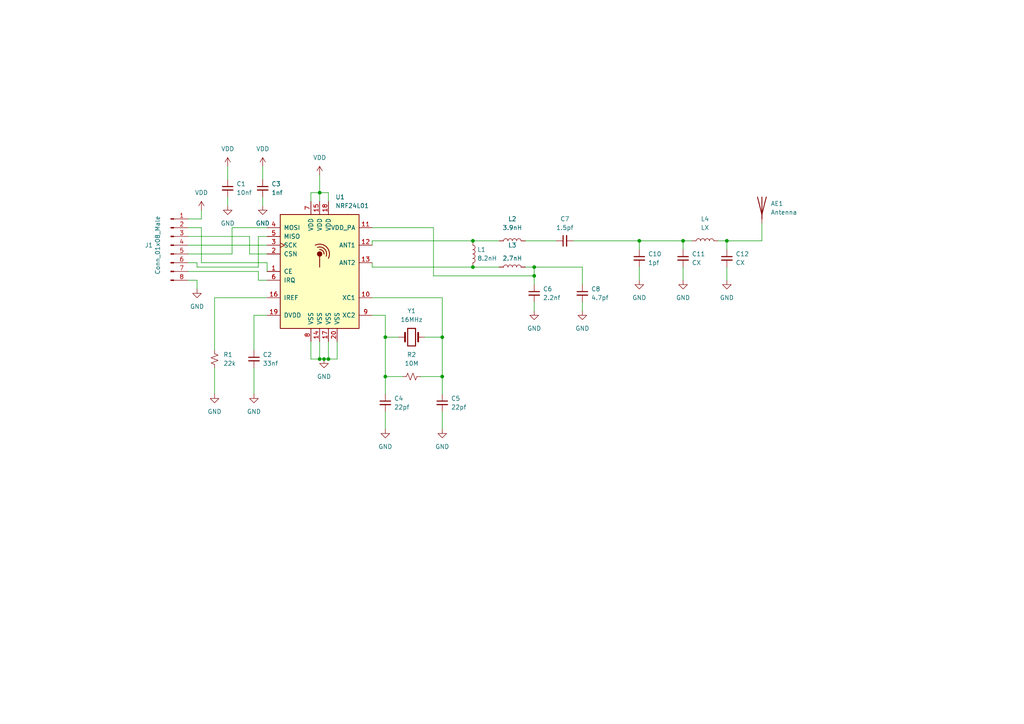
<source format=kicad_sch>
(kicad_sch (version 20211123) (generator eeschema)

  (uuid 5ac68a83-ba55-4135-a3f2-28b55ea8a71d)

  (paper "A4")

  (lib_symbols
    (symbol "Connector:Conn_01x08_Male" (pin_names (offset 1.016) hide) (in_bom yes) (on_board yes)
      (property "Reference" "J" (id 0) (at 0 10.16 0)
        (effects (font (size 1.27 1.27)))
      )
      (property "Value" "Conn_01x08_Male" (id 1) (at 0 -12.7 0)
        (effects (font (size 1.27 1.27)))
      )
      (property "Footprint" "" (id 2) (at 0 0 0)
        (effects (font (size 1.27 1.27)) hide)
      )
      (property "Datasheet" "~" (id 3) (at 0 0 0)
        (effects (font (size 1.27 1.27)) hide)
      )
      (property "ki_keywords" "connector" (id 4) (at 0 0 0)
        (effects (font (size 1.27 1.27)) hide)
      )
      (property "ki_description" "Generic connector, single row, 01x08, script generated (kicad-library-utils/schlib/autogen/connector/)" (id 5) (at 0 0 0)
        (effects (font (size 1.27 1.27)) hide)
      )
      (property "ki_fp_filters" "Connector*:*_1x??_*" (id 6) (at 0 0 0)
        (effects (font (size 1.27 1.27)) hide)
      )
      (symbol "Conn_01x08_Male_1_1"
        (polyline
          (pts
            (xy 1.27 -10.16)
            (xy 0.8636 -10.16)
          )
          (stroke (width 0.1524) (type default) (color 0 0 0 0))
          (fill (type none))
        )
        (polyline
          (pts
            (xy 1.27 -7.62)
            (xy 0.8636 -7.62)
          )
          (stroke (width 0.1524) (type default) (color 0 0 0 0))
          (fill (type none))
        )
        (polyline
          (pts
            (xy 1.27 -5.08)
            (xy 0.8636 -5.08)
          )
          (stroke (width 0.1524) (type default) (color 0 0 0 0))
          (fill (type none))
        )
        (polyline
          (pts
            (xy 1.27 -2.54)
            (xy 0.8636 -2.54)
          )
          (stroke (width 0.1524) (type default) (color 0 0 0 0))
          (fill (type none))
        )
        (polyline
          (pts
            (xy 1.27 0)
            (xy 0.8636 0)
          )
          (stroke (width 0.1524) (type default) (color 0 0 0 0))
          (fill (type none))
        )
        (polyline
          (pts
            (xy 1.27 2.54)
            (xy 0.8636 2.54)
          )
          (stroke (width 0.1524) (type default) (color 0 0 0 0))
          (fill (type none))
        )
        (polyline
          (pts
            (xy 1.27 5.08)
            (xy 0.8636 5.08)
          )
          (stroke (width 0.1524) (type default) (color 0 0 0 0))
          (fill (type none))
        )
        (polyline
          (pts
            (xy 1.27 7.62)
            (xy 0.8636 7.62)
          )
          (stroke (width 0.1524) (type default) (color 0 0 0 0))
          (fill (type none))
        )
        (rectangle (start 0.8636 -10.033) (end 0 -10.287)
          (stroke (width 0.1524) (type default) (color 0 0 0 0))
          (fill (type outline))
        )
        (rectangle (start 0.8636 -7.493) (end 0 -7.747)
          (stroke (width 0.1524) (type default) (color 0 0 0 0))
          (fill (type outline))
        )
        (rectangle (start 0.8636 -4.953) (end 0 -5.207)
          (stroke (width 0.1524) (type default) (color 0 0 0 0))
          (fill (type outline))
        )
        (rectangle (start 0.8636 -2.413) (end 0 -2.667)
          (stroke (width 0.1524) (type default) (color 0 0 0 0))
          (fill (type outline))
        )
        (rectangle (start 0.8636 0.127) (end 0 -0.127)
          (stroke (width 0.1524) (type default) (color 0 0 0 0))
          (fill (type outline))
        )
        (rectangle (start 0.8636 2.667) (end 0 2.413)
          (stroke (width 0.1524) (type default) (color 0 0 0 0))
          (fill (type outline))
        )
        (rectangle (start 0.8636 5.207) (end 0 4.953)
          (stroke (width 0.1524) (type default) (color 0 0 0 0))
          (fill (type outline))
        )
        (rectangle (start 0.8636 7.747) (end 0 7.493)
          (stroke (width 0.1524) (type default) (color 0 0 0 0))
          (fill (type outline))
        )
        (pin passive line (at 5.08 7.62 180) (length 3.81)
          (name "Pin_1" (effects (font (size 1.27 1.27))))
          (number "1" (effects (font (size 1.27 1.27))))
        )
        (pin passive line (at 5.08 5.08 180) (length 3.81)
          (name "Pin_2" (effects (font (size 1.27 1.27))))
          (number "2" (effects (font (size 1.27 1.27))))
        )
        (pin passive line (at 5.08 2.54 180) (length 3.81)
          (name "Pin_3" (effects (font (size 1.27 1.27))))
          (number "3" (effects (font (size 1.27 1.27))))
        )
        (pin passive line (at 5.08 0 180) (length 3.81)
          (name "Pin_4" (effects (font (size 1.27 1.27))))
          (number "4" (effects (font (size 1.27 1.27))))
        )
        (pin passive line (at 5.08 -2.54 180) (length 3.81)
          (name "Pin_5" (effects (font (size 1.27 1.27))))
          (number "5" (effects (font (size 1.27 1.27))))
        )
        (pin passive line (at 5.08 -5.08 180) (length 3.81)
          (name "Pin_6" (effects (font (size 1.27 1.27))))
          (number "6" (effects (font (size 1.27 1.27))))
        )
        (pin passive line (at 5.08 -7.62 180) (length 3.81)
          (name "Pin_7" (effects (font (size 1.27 1.27))))
          (number "7" (effects (font (size 1.27 1.27))))
        )
        (pin passive line (at 5.08 -10.16 180) (length 3.81)
          (name "Pin_8" (effects (font (size 1.27 1.27))))
          (number "8" (effects (font (size 1.27 1.27))))
        )
      )
    )
    (symbol "Device:Antenna" (pin_numbers hide) (pin_names (offset 1.016) hide) (in_bom yes) (on_board yes)
      (property "Reference" "AE" (id 0) (at -1.905 1.905 0)
        (effects (font (size 1.27 1.27)) (justify right))
      )
      (property "Value" "Antenna" (id 1) (at -1.905 0 0)
        (effects (font (size 1.27 1.27)) (justify right))
      )
      (property "Footprint" "" (id 2) (at 0 0 0)
        (effects (font (size 1.27 1.27)) hide)
      )
      (property "Datasheet" "~" (id 3) (at 0 0 0)
        (effects (font (size 1.27 1.27)) hide)
      )
      (property "ki_keywords" "antenna" (id 4) (at 0 0 0)
        (effects (font (size 1.27 1.27)) hide)
      )
      (property "ki_description" "Antenna" (id 5) (at 0 0 0)
        (effects (font (size 1.27 1.27)) hide)
      )
      (symbol "Antenna_0_1"
        (polyline
          (pts
            (xy 0 2.54)
            (xy 0 -3.81)
          )
          (stroke (width 0.254) (type default) (color 0 0 0 0))
          (fill (type none))
        )
        (polyline
          (pts
            (xy 1.27 2.54)
            (xy 0 -2.54)
            (xy -1.27 2.54)
          )
          (stroke (width 0.254) (type default) (color 0 0 0 0))
          (fill (type none))
        )
      )
      (symbol "Antenna_1_1"
        (pin input line (at 0 -5.08 90) (length 2.54)
          (name "A" (effects (font (size 1.27 1.27))))
          (number "1" (effects (font (size 1.27 1.27))))
        )
      )
    )
    (symbol "Device:C_Small" (pin_numbers hide) (pin_names (offset 0.254) hide) (in_bom yes) (on_board yes)
      (property "Reference" "C" (id 0) (at 0.254 1.778 0)
        (effects (font (size 1.27 1.27)) (justify left))
      )
      (property "Value" "C_Small" (id 1) (at 0.254 -2.032 0)
        (effects (font (size 1.27 1.27)) (justify left))
      )
      (property "Footprint" "" (id 2) (at 0 0 0)
        (effects (font (size 1.27 1.27)) hide)
      )
      (property "Datasheet" "~" (id 3) (at 0 0 0)
        (effects (font (size 1.27 1.27)) hide)
      )
      (property "ki_keywords" "capacitor cap" (id 4) (at 0 0 0)
        (effects (font (size 1.27 1.27)) hide)
      )
      (property "ki_description" "Unpolarized capacitor, small symbol" (id 5) (at 0 0 0)
        (effects (font (size 1.27 1.27)) hide)
      )
      (property "ki_fp_filters" "C_*" (id 6) (at 0 0 0)
        (effects (font (size 1.27 1.27)) hide)
      )
      (symbol "C_Small_0_1"
        (polyline
          (pts
            (xy -1.524 -0.508)
            (xy 1.524 -0.508)
          )
          (stroke (width 0.3302) (type default) (color 0 0 0 0))
          (fill (type none))
        )
        (polyline
          (pts
            (xy -1.524 0.508)
            (xy 1.524 0.508)
          )
          (stroke (width 0.3048) (type default) (color 0 0 0 0))
          (fill (type none))
        )
      )
      (symbol "C_Small_1_1"
        (pin passive line (at 0 2.54 270) (length 2.032)
          (name "~" (effects (font (size 1.27 1.27))))
          (number "1" (effects (font (size 1.27 1.27))))
        )
        (pin passive line (at 0 -2.54 90) (length 2.032)
          (name "~" (effects (font (size 1.27 1.27))))
          (number "2" (effects (font (size 1.27 1.27))))
        )
      )
    )
    (symbol "Device:Crystal" (pin_numbers hide) (pin_names (offset 1.016) hide) (in_bom yes) (on_board yes)
      (property "Reference" "Y" (id 0) (at 0 3.81 0)
        (effects (font (size 1.27 1.27)))
      )
      (property "Value" "Crystal" (id 1) (at 0 -3.81 0)
        (effects (font (size 1.27 1.27)))
      )
      (property "Footprint" "" (id 2) (at 0 0 0)
        (effects (font (size 1.27 1.27)) hide)
      )
      (property "Datasheet" "~" (id 3) (at 0 0 0)
        (effects (font (size 1.27 1.27)) hide)
      )
      (property "ki_keywords" "quartz ceramic resonator oscillator" (id 4) (at 0 0 0)
        (effects (font (size 1.27 1.27)) hide)
      )
      (property "ki_description" "Two pin crystal" (id 5) (at 0 0 0)
        (effects (font (size 1.27 1.27)) hide)
      )
      (property "ki_fp_filters" "Crystal*" (id 6) (at 0 0 0)
        (effects (font (size 1.27 1.27)) hide)
      )
      (symbol "Crystal_0_1"
        (rectangle (start -1.143 2.54) (end 1.143 -2.54)
          (stroke (width 0.3048) (type default) (color 0 0 0 0))
          (fill (type none))
        )
        (polyline
          (pts
            (xy -2.54 0)
            (xy -1.905 0)
          )
          (stroke (width 0) (type default) (color 0 0 0 0))
          (fill (type none))
        )
        (polyline
          (pts
            (xy -1.905 -1.27)
            (xy -1.905 1.27)
          )
          (stroke (width 0.508) (type default) (color 0 0 0 0))
          (fill (type none))
        )
        (polyline
          (pts
            (xy 1.905 -1.27)
            (xy 1.905 1.27)
          )
          (stroke (width 0.508) (type default) (color 0 0 0 0))
          (fill (type none))
        )
        (polyline
          (pts
            (xy 2.54 0)
            (xy 1.905 0)
          )
          (stroke (width 0) (type default) (color 0 0 0 0))
          (fill (type none))
        )
      )
      (symbol "Crystal_1_1"
        (pin passive line (at -3.81 0 0) (length 1.27)
          (name "1" (effects (font (size 1.27 1.27))))
          (number "1" (effects (font (size 1.27 1.27))))
        )
        (pin passive line (at 3.81 0 180) (length 1.27)
          (name "2" (effects (font (size 1.27 1.27))))
          (number "2" (effects (font (size 1.27 1.27))))
        )
      )
    )
    (symbol "Device:L" (pin_numbers hide) (pin_names (offset 1.016) hide) (in_bom yes) (on_board yes)
      (property "Reference" "L" (id 0) (at -1.27 0 90)
        (effects (font (size 1.27 1.27)))
      )
      (property "Value" "L" (id 1) (at 1.905 0 90)
        (effects (font (size 1.27 1.27)))
      )
      (property "Footprint" "" (id 2) (at 0 0 0)
        (effects (font (size 1.27 1.27)) hide)
      )
      (property "Datasheet" "~" (id 3) (at 0 0 0)
        (effects (font (size 1.27 1.27)) hide)
      )
      (property "ki_keywords" "inductor choke coil reactor magnetic" (id 4) (at 0 0 0)
        (effects (font (size 1.27 1.27)) hide)
      )
      (property "ki_description" "Inductor" (id 5) (at 0 0 0)
        (effects (font (size 1.27 1.27)) hide)
      )
      (property "ki_fp_filters" "Choke_* *Coil* Inductor_* L_*" (id 6) (at 0 0 0)
        (effects (font (size 1.27 1.27)) hide)
      )
      (symbol "L_0_1"
        (arc (start 0 -2.54) (mid 0.635 -1.905) (end 0 -1.27)
          (stroke (width 0) (type default) (color 0 0 0 0))
          (fill (type none))
        )
        (arc (start 0 -1.27) (mid 0.635 -0.635) (end 0 0)
          (stroke (width 0) (type default) (color 0 0 0 0))
          (fill (type none))
        )
        (arc (start 0 0) (mid 0.635 0.635) (end 0 1.27)
          (stroke (width 0) (type default) (color 0 0 0 0))
          (fill (type none))
        )
        (arc (start 0 1.27) (mid 0.635 1.905) (end 0 2.54)
          (stroke (width 0) (type default) (color 0 0 0 0))
          (fill (type none))
        )
      )
      (symbol "L_1_1"
        (pin passive line (at 0 3.81 270) (length 1.27)
          (name "1" (effects (font (size 1.27 1.27))))
          (number "1" (effects (font (size 1.27 1.27))))
        )
        (pin passive line (at 0 -3.81 90) (length 1.27)
          (name "2" (effects (font (size 1.27 1.27))))
          (number "2" (effects (font (size 1.27 1.27))))
        )
      )
    )
    (symbol "Device:R_Small_US" (pin_numbers hide) (pin_names (offset 0.254) hide) (in_bom yes) (on_board yes)
      (property "Reference" "R" (id 0) (at 0.762 0.508 0)
        (effects (font (size 1.27 1.27)) (justify left))
      )
      (property "Value" "R_Small_US" (id 1) (at 0.762 -1.016 0)
        (effects (font (size 1.27 1.27)) (justify left))
      )
      (property "Footprint" "" (id 2) (at 0 0 0)
        (effects (font (size 1.27 1.27)) hide)
      )
      (property "Datasheet" "~" (id 3) (at 0 0 0)
        (effects (font (size 1.27 1.27)) hide)
      )
      (property "ki_keywords" "r resistor" (id 4) (at 0 0 0)
        (effects (font (size 1.27 1.27)) hide)
      )
      (property "ki_description" "Resistor, small US symbol" (id 5) (at 0 0 0)
        (effects (font (size 1.27 1.27)) hide)
      )
      (property "ki_fp_filters" "R_*" (id 6) (at 0 0 0)
        (effects (font (size 1.27 1.27)) hide)
      )
      (symbol "R_Small_US_1_1"
        (polyline
          (pts
            (xy 0 0)
            (xy 1.016 -0.381)
            (xy 0 -0.762)
            (xy -1.016 -1.143)
            (xy 0 -1.524)
          )
          (stroke (width 0) (type default) (color 0 0 0 0))
          (fill (type none))
        )
        (polyline
          (pts
            (xy 0 1.524)
            (xy 1.016 1.143)
            (xy 0 0.762)
            (xy -1.016 0.381)
            (xy 0 0)
          )
          (stroke (width 0) (type default) (color 0 0 0 0))
          (fill (type none))
        )
        (pin passive line (at 0 2.54 270) (length 1.016)
          (name "~" (effects (font (size 1.27 1.27))))
          (number "1" (effects (font (size 1.27 1.27))))
        )
        (pin passive line (at 0 -2.54 90) (length 1.016)
          (name "~" (effects (font (size 1.27 1.27))))
          (number "2" (effects (font (size 1.27 1.27))))
        )
      )
    )
    (symbol "RF:NRF24L01" (pin_names (offset 1.016)) (in_bom yes) (on_board yes)
      (property "Reference" "U" (id 0) (at -11.43 17.78 0)
        (effects (font (size 1.27 1.27)) (justify left))
      )
      (property "Value" "NRF24L01" (id 1) (at 5.08 17.78 0)
        (effects (font (size 1.27 1.27)) (justify left))
      )
      (property "Footprint" "Package_DFN_QFN:QFN-20-1EP_4x4mm_P0.5mm_EP2.5x2.5mm" (id 2) (at 5.08 20.32 0)
        (effects (font (size 1.27 1.27) italic) (justify left) hide)
      )
      (property "Datasheet" "http://www.nordicsemi.com/eng/content/download/2730/34105/file/nRF24L01_Product_Specification_v2_0.pdf" (id 3) (at 0 2.54 0)
        (effects (font (size 1.27 1.27)) hide)
      )
      (property "ki_keywords" "Low Power RF Transceiver" (id 4) (at 0 0 0)
        (effects (font (size 1.27 1.27)) hide)
      )
      (property "ki_description" "Ultra low power 2.4GHz RF Transceiver, QFN-20" (id 5) (at 0 0 0)
        (effects (font (size 1.27 1.27)) hide)
      )
      (property "ki_fp_filters" "QFN*4x4*0.5mm*" (id 6) (at 0 0 0)
        (effects (font (size 1.27 1.27)) hide)
      )
      (symbol "NRF24L01_0_1"
        (rectangle (start -11.43 16.51) (end 11.43 -16.51)
          (stroke (width 0.254) (type default) (color 0 0 0 0))
          (fill (type background))
        )
        (polyline
          (pts
            (xy 0 4.445)
            (xy 0 1.27)
          )
          (stroke (width 0.254) (type default) (color 0 0 0 0))
          (fill (type none))
        )
        (circle (center 0 5.08) (radius 0.635)
          (stroke (width 0.254) (type default) (color 0 0 0 0))
          (fill (type outline))
        )
        (arc (start 1.27 5.08) (mid 0.9071 5.9946) (end 0 6.35)
          (stroke (width 0.254) (type default) (color 0 0 0 0))
          (fill (type none))
        )
        (arc (start 1.905 4.445) (mid 1.4313 6.5254) (end -0.635 6.985)
          (stroke (width 0.254) (type default) (color 0 0 0 0))
          (fill (type none))
        )
        (arc (start 2.54 3.81) (mid 2.008 7.088) (end -1.27 7.62)
          (stroke (width 0.254) (type default) (color 0 0 0 0))
          (fill (type none))
        )
        (rectangle (start 11.43 -13.97) (end 11.43 -13.97)
          (stroke (width 0) (type default) (color 0 0 0 0))
          (fill (type none))
        )
      )
      (symbol "NRF24L01_1_1"
        (pin input line (at -15.24 0 0) (length 3.81)
          (name "CE" (effects (font (size 1.27 1.27))))
          (number "1" (effects (font (size 1.27 1.27))))
        )
        (pin passive line (at 15.24 -7.62 180) (length 3.81)
          (name "XC1" (effects (font (size 1.27 1.27))))
          (number "10" (effects (font (size 1.27 1.27))))
        )
        (pin power_out line (at 15.24 12.7 180) (length 3.81)
          (name "VDD_PA" (effects (font (size 1.27 1.27))))
          (number "11" (effects (font (size 1.27 1.27))))
        )
        (pin passive line (at 15.24 7.62 180) (length 3.81)
          (name "ANT1" (effects (font (size 1.27 1.27))))
          (number "12" (effects (font (size 1.27 1.27))))
        )
        (pin passive line (at 15.24 2.54 180) (length 3.81)
          (name "ANT2" (effects (font (size 1.27 1.27))))
          (number "13" (effects (font (size 1.27 1.27))))
        )
        (pin power_in line (at 0 -20.32 90) (length 3.81)
          (name "VSS" (effects (font (size 1.27 1.27))))
          (number "14" (effects (font (size 1.27 1.27))))
        )
        (pin power_in line (at 0 20.32 270) (length 3.81)
          (name "VDD" (effects (font (size 1.27 1.27))))
          (number "15" (effects (font (size 1.27 1.27))))
        )
        (pin passive line (at -15.24 -7.62 0) (length 3.81)
          (name "IREF" (effects (font (size 1.27 1.27))))
          (number "16" (effects (font (size 1.27 1.27))))
        )
        (pin power_in line (at 2.54 -20.32 90) (length 3.81)
          (name "VSS" (effects (font (size 1.27 1.27))))
          (number "17" (effects (font (size 1.27 1.27))))
        )
        (pin power_in line (at 2.54 20.32 270) (length 3.81)
          (name "VDD" (effects (font (size 1.27 1.27))))
          (number "18" (effects (font (size 1.27 1.27))))
        )
        (pin power_out line (at -15.24 -12.7 0) (length 3.81)
          (name "DVDD" (effects (font (size 1.27 1.27))))
          (number "19" (effects (font (size 1.27 1.27))))
        )
        (pin input line (at -15.24 5.08 0) (length 3.81)
          (name "CSN" (effects (font (size 1.27 1.27))))
          (number "2" (effects (font (size 1.27 1.27))))
        )
        (pin power_in line (at 5.08 -20.32 90) (length 3.81)
          (name "VSS" (effects (font (size 1.27 1.27))))
          (number "20" (effects (font (size 1.27 1.27))))
        )
        (pin input clock (at -15.24 7.62 0) (length 3.81)
          (name "SCK" (effects (font (size 1.27 1.27))))
          (number "3" (effects (font (size 1.27 1.27))))
        )
        (pin input line (at -15.24 12.7 0) (length 3.81)
          (name "MOSI" (effects (font (size 1.27 1.27))))
          (number "4" (effects (font (size 1.27 1.27))))
        )
        (pin output line (at -15.24 10.16 0) (length 3.81)
          (name "MISO" (effects (font (size 1.27 1.27))))
          (number "5" (effects (font (size 1.27 1.27))))
        )
        (pin output line (at -15.24 -2.54 0) (length 3.81)
          (name "IRQ" (effects (font (size 1.27 1.27))))
          (number "6" (effects (font (size 1.27 1.27))))
        )
        (pin power_in line (at -2.54 20.32 270) (length 3.81)
          (name "VDD" (effects (font (size 1.27 1.27))))
          (number "7" (effects (font (size 1.27 1.27))))
        )
        (pin power_in line (at -2.54 -20.32 90) (length 3.81)
          (name "VSS" (effects (font (size 1.27 1.27))))
          (number "8" (effects (font (size 1.27 1.27))))
        )
        (pin passive line (at 15.24 -12.7 180) (length 3.81)
          (name "XC2" (effects (font (size 1.27 1.27))))
          (number "9" (effects (font (size 1.27 1.27))))
        )
      )
    )
    (symbol "power:GND" (power) (pin_names (offset 0)) (in_bom yes) (on_board yes)
      (property "Reference" "#PWR" (id 0) (at 0 -6.35 0)
        (effects (font (size 1.27 1.27)) hide)
      )
      (property "Value" "GND" (id 1) (at 0 -3.81 0)
        (effects (font (size 1.27 1.27)))
      )
      (property "Footprint" "" (id 2) (at 0 0 0)
        (effects (font (size 1.27 1.27)) hide)
      )
      (property "Datasheet" "" (id 3) (at 0 0 0)
        (effects (font (size 1.27 1.27)) hide)
      )
      (property "ki_keywords" "power-flag" (id 4) (at 0 0 0)
        (effects (font (size 1.27 1.27)) hide)
      )
      (property "ki_description" "Power symbol creates a global label with name \"GND\" , ground" (id 5) (at 0 0 0)
        (effects (font (size 1.27 1.27)) hide)
      )
      (symbol "GND_0_1"
        (polyline
          (pts
            (xy 0 0)
            (xy 0 -1.27)
            (xy 1.27 -1.27)
            (xy 0 -2.54)
            (xy -1.27 -1.27)
            (xy 0 -1.27)
          )
          (stroke (width 0) (type default) (color 0 0 0 0))
          (fill (type none))
        )
      )
      (symbol "GND_1_1"
        (pin power_in line (at 0 0 270) (length 0) hide
          (name "GND" (effects (font (size 1.27 1.27))))
          (number "1" (effects (font (size 1.27 1.27))))
        )
      )
    )
    (symbol "power:VDD" (power) (pin_names (offset 0)) (in_bom yes) (on_board yes)
      (property "Reference" "#PWR" (id 0) (at 0 -3.81 0)
        (effects (font (size 1.27 1.27)) hide)
      )
      (property "Value" "VDD" (id 1) (at 0 3.81 0)
        (effects (font (size 1.27 1.27)))
      )
      (property "Footprint" "" (id 2) (at 0 0 0)
        (effects (font (size 1.27 1.27)) hide)
      )
      (property "Datasheet" "" (id 3) (at 0 0 0)
        (effects (font (size 1.27 1.27)) hide)
      )
      (property "ki_keywords" "power-flag" (id 4) (at 0 0 0)
        (effects (font (size 1.27 1.27)) hide)
      )
      (property "ki_description" "Power symbol creates a global label with name \"VDD\"" (id 5) (at 0 0 0)
        (effects (font (size 1.27 1.27)) hide)
      )
      (symbol "VDD_0_1"
        (polyline
          (pts
            (xy -0.762 1.27)
            (xy 0 2.54)
          )
          (stroke (width 0) (type default) (color 0 0 0 0))
          (fill (type none))
        )
        (polyline
          (pts
            (xy 0 0)
            (xy 0 2.54)
          )
          (stroke (width 0) (type default) (color 0 0 0 0))
          (fill (type none))
        )
        (polyline
          (pts
            (xy 0 2.54)
            (xy 0.762 1.27)
          )
          (stroke (width 0) (type default) (color 0 0 0 0))
          (fill (type none))
        )
      )
      (symbol "VDD_1_1"
        (pin power_in line (at 0 0 90) (length 0) hide
          (name "VDD" (effects (font (size 1.27 1.27))))
          (number "1" (effects (font (size 1.27 1.27))))
        )
      )
    )
  )

  (junction (at 154.94 80.01) (diameter 0) (color 0 0 0 0)
    (uuid 20067407-c274-48f8-a2b1-4176dab5beca)
  )
  (junction (at 111.76 109.22) (diameter 0) (color 0 0 0 0)
    (uuid 250f7216-444a-4103-8769-353663785925)
  )
  (junction (at 93.98 104.14) (diameter 0) (color 0 0 0 0)
    (uuid 4e81d6db-7db4-4b8c-a700-38b6d0d9a420)
  )
  (junction (at 137.16 77.47) (diameter 0) (color 0 0 0 0)
    (uuid 541c3cec-fb41-4f8c-9ea9-8e2b0596ce64)
  )
  (junction (at 95.25 104.14) (diameter 0) (color 0 0 0 0)
    (uuid 608d5e1e-9ccd-4c77-8475-60a3598ce99e)
  )
  (junction (at 154.94 77.47) (diameter 0) (color 0 0 0 0)
    (uuid 72d51e4e-3838-4646-8aaa-b6b74de62d94)
  )
  (junction (at 128.27 97.79) (diameter 0) (color 0 0 0 0)
    (uuid a0d44b2f-8fc0-4f67-b0f2-344f1b8408c4)
  )
  (junction (at 92.71 55.88) (diameter 0) (color 0 0 0 0)
    (uuid aa66490d-cfab-44d2-98ca-0e342fd257d3)
  )
  (junction (at 185.42 69.85) (diameter 0) (color 0 0 0 0)
    (uuid ae6e951e-617a-43a7-8a5a-4b0b7565ec7d)
  )
  (junction (at 128.27 109.22) (diameter 0) (color 0 0 0 0)
    (uuid cc204821-9763-4966-a688-c63dd84e9c43)
  )
  (junction (at 111.76 97.79) (diameter 0) (color 0 0 0 0)
    (uuid d47cecac-473c-4d51-9b56-b54c38030591)
  )
  (junction (at 210.82 69.85) (diameter 0) (color 0 0 0 0)
    (uuid d99a133a-eb99-40d7-9c94-954711377ff9)
  )
  (junction (at 198.12 69.85) (diameter 0) (color 0 0 0 0)
    (uuid df99dbd7-0683-4cd8-993c-184a9a2390c1)
  )
  (junction (at 92.71 104.14) (diameter 0) (color 0 0 0 0)
    (uuid e31ab769-9abe-443f-835d-6c926feafd67)
  )
  (junction (at 137.16 69.85) (diameter 0) (color 0 0 0 0)
    (uuid f086eae1-ea9d-4ca9-9704-085586889ef7)
  )

  (wire (pts (xy 185.42 69.85) (xy 198.12 69.85))
    (stroke (width 0) (type default) (color 0 0 0 0))
    (uuid 0582546c-5f1d-442c-b0e3-11d8bfc987c9)
  )
  (wire (pts (xy 154.94 87.63) (xy 154.94 90.17))
    (stroke (width 0) (type default) (color 0 0 0 0))
    (uuid 0675706c-c530-4314-9e5d-484cc47eb0f8)
  )
  (wire (pts (xy 168.91 77.47) (xy 154.94 77.47))
    (stroke (width 0) (type default) (color 0 0 0 0))
    (uuid 0826fdee-996f-49fa-bde0-bed539321ef4)
  )
  (wire (pts (xy 198.12 69.85) (xy 198.12 72.39))
    (stroke (width 0) (type default) (color 0 0 0 0))
    (uuid 08908d5e-eeea-4b4b-b24a-b9c174d35308)
  )
  (wire (pts (xy 137.16 77.47) (xy 107.95 77.47))
    (stroke (width 0) (type default) (color 0 0 0 0))
    (uuid 089866da-95c6-4fbd-b3eb-6de6e21c40cc)
  )
  (wire (pts (xy 73.66 106.68) (xy 73.66 114.3))
    (stroke (width 0) (type default) (color 0 0 0 0))
    (uuid 08eed955-a13a-4b62-814f-5b2ae2baecf7)
  )
  (wire (pts (xy 198.12 77.47) (xy 198.12 81.28))
    (stroke (width 0) (type default) (color 0 0 0 0))
    (uuid 09373ec1-007f-467e-b7ca-4f72289880d1)
  )
  (wire (pts (xy 73.66 101.6) (xy 73.66 91.44))
    (stroke (width 0) (type default) (color 0 0 0 0))
    (uuid 0a42423d-601f-4427-b1ab-a2658ea01426)
  )
  (wire (pts (xy 92.71 55.88) (xy 92.71 58.42))
    (stroke (width 0) (type default) (color 0 0 0 0))
    (uuid 0daa0538-d7e3-41f3-b9e5-450fe631544b)
  )
  (wire (pts (xy 125.73 80.01) (xy 154.94 80.01))
    (stroke (width 0) (type default) (color 0 0 0 0))
    (uuid 0e0c2f0e-47c2-4bda-965e-08d75437557f)
  )
  (wire (pts (xy 77.47 76.2) (xy 77.47 78.74))
    (stroke (width 0) (type default) (color 0 0 0 0))
    (uuid 0ee841c5-fa3d-4fdc-85ae-a9269b4f0a90)
  )
  (wire (pts (xy 128.27 86.36) (xy 128.27 97.79))
    (stroke (width 0) (type default) (color 0 0 0 0))
    (uuid 100ba032-e67a-4fd2-8ce7-eb5cdbc3e04f)
  )
  (wire (pts (xy 128.27 119.38) (xy 128.27 124.46))
    (stroke (width 0) (type default) (color 0 0 0 0))
    (uuid 18035a14-7c58-4717-a693-28bed7b86769)
  )
  (wire (pts (xy 74.93 81.28) (xy 77.47 81.28))
    (stroke (width 0) (type default) (color 0 0 0 0))
    (uuid 19c4ab43-2848-4326-9976-c02153f75fd1)
  )
  (wire (pts (xy 76.2 48.26) (xy 76.2 52.07))
    (stroke (width 0) (type default) (color 0 0 0 0))
    (uuid 1a798e20-acf2-43c9-a569-52cb44175733)
  )
  (wire (pts (xy 210.82 72.39) (xy 210.82 69.85))
    (stroke (width 0) (type default) (color 0 0 0 0))
    (uuid 1cc8a487-9d52-46a0-8e19-b3db56a53e97)
  )
  (wire (pts (xy 166.37 69.85) (xy 185.42 69.85))
    (stroke (width 0) (type default) (color 0 0 0 0))
    (uuid 1fcd1157-5c27-4eda-a218-1626f60d450b)
  )
  (wire (pts (xy 62.23 101.6) (xy 62.23 86.36))
    (stroke (width 0) (type default) (color 0 0 0 0))
    (uuid 252a3254-d41f-40c3-b817-20a9a13dc288)
  )
  (wire (pts (xy 66.04 48.26) (xy 66.04 52.07))
    (stroke (width 0) (type default) (color 0 0 0 0))
    (uuid 277b7e1a-5a43-49a7-80d3-c7bc545aac5d)
  )
  (wire (pts (xy 95.25 55.88) (xy 92.71 55.88))
    (stroke (width 0) (type default) (color 0 0 0 0))
    (uuid 3645955e-290a-4efd-99df-5187535b7f80)
  )
  (wire (pts (xy 58.42 66.04) (xy 58.42 76.2))
    (stroke (width 0) (type default) (color 0 0 0 0))
    (uuid 37cec29f-6cc0-4f6a-a19d-76632c19872c)
  )
  (wire (pts (xy 121.92 109.22) (xy 128.27 109.22))
    (stroke (width 0) (type default) (color 0 0 0 0))
    (uuid 3aa0e647-0e66-4500-8cf0-970982a2f9e1)
  )
  (wire (pts (xy 95.25 99.06) (xy 95.25 104.14))
    (stroke (width 0) (type default) (color 0 0 0 0))
    (uuid 3e690977-3302-4f2a-9b36-44a3fa6e89c6)
  )
  (wire (pts (xy 58.42 60.96) (xy 58.42 63.5))
    (stroke (width 0) (type default) (color 0 0 0 0))
    (uuid 3e7410fb-d411-46e9-b582-e847ebb00686)
  )
  (wire (pts (xy 95.25 104.14) (xy 93.98 104.14))
    (stroke (width 0) (type default) (color 0 0 0 0))
    (uuid 4032bba3-9924-4835-b0a7-f61327fac5a1)
  )
  (wire (pts (xy 111.76 91.44) (xy 111.76 97.79))
    (stroke (width 0) (type default) (color 0 0 0 0))
    (uuid 43a1d068-5bb8-4e59-bd05-72eb61ee10d3)
  )
  (wire (pts (xy 54.61 81.28) (xy 57.15 81.28))
    (stroke (width 0) (type default) (color 0 0 0 0))
    (uuid 448abf18-19e2-42e0-a3f4-d7da070dd0e1)
  )
  (wire (pts (xy 66.04 57.15) (xy 66.04 59.69))
    (stroke (width 0) (type default) (color 0 0 0 0))
    (uuid 49701459-4109-47a8-bcad-22df48bb3122)
  )
  (wire (pts (xy 54.61 73.66) (xy 67.31 73.66))
    (stroke (width 0) (type default) (color 0 0 0 0))
    (uuid 4c15279b-c211-46e7-809c-8a30f85bf84d)
  )
  (wire (pts (xy 123.19 97.79) (xy 128.27 97.79))
    (stroke (width 0) (type default) (color 0 0 0 0))
    (uuid 4facd1a2-b8df-4b48-a6ee-1e1f092d3e82)
  )
  (wire (pts (xy 54.61 76.2) (xy 57.15 76.2))
    (stroke (width 0) (type default) (color 0 0 0 0))
    (uuid 51cbec74-c701-4d07-b0de-3ee4dd5ea796)
  )
  (wire (pts (xy 97.79 99.06) (xy 97.79 104.14))
    (stroke (width 0) (type default) (color 0 0 0 0))
    (uuid 569efa4f-023e-4c81-962c-ea28a948b7ab)
  )
  (wire (pts (xy 128.27 109.22) (xy 128.27 114.3))
    (stroke (width 0) (type default) (color 0 0 0 0))
    (uuid 58b2379c-13e7-4019-abe1-084cd49f0356)
  )
  (wire (pts (xy 72.39 68.58) (xy 72.39 73.66))
    (stroke (width 0) (type default) (color 0 0 0 0))
    (uuid 5bdce80f-d18e-44d5-b39c-274728dea4bd)
  )
  (wire (pts (xy 137.16 69.85) (xy 107.95 69.85))
    (stroke (width 0) (type default) (color 0 0 0 0))
    (uuid 5d2dad0b-3afb-400f-9c5b-16ac53ea356a)
  )
  (wire (pts (xy 72.39 73.66) (xy 77.47 73.66))
    (stroke (width 0) (type default) (color 0 0 0 0))
    (uuid 6c111b40-e324-412d-ad0f-150efa886200)
  )
  (wire (pts (xy 92.71 99.06) (xy 92.71 104.14))
    (stroke (width 0) (type default) (color 0 0 0 0))
    (uuid 6c8d6810-7222-4088-afd0-378834bbaca7)
  )
  (wire (pts (xy 152.4 69.85) (xy 161.29 69.85))
    (stroke (width 0) (type default) (color 0 0 0 0))
    (uuid 6db63aa8-6eec-42d1-8f87-263f2955e809)
  )
  (wire (pts (xy 107.95 77.47) (xy 107.95 76.2))
    (stroke (width 0) (type default) (color 0 0 0 0))
    (uuid 703d0f1a-be97-429d-8fcd-c06f76a465e5)
  )
  (wire (pts (xy 97.79 104.14) (xy 95.25 104.14))
    (stroke (width 0) (type default) (color 0 0 0 0))
    (uuid 7160ad48-1127-41f3-a00c-615a631cf3a6)
  )
  (wire (pts (xy 90.17 58.42) (xy 90.17 55.88))
    (stroke (width 0) (type default) (color 0 0 0 0))
    (uuid 71689ddd-c177-4be3-8145-1606670eee0b)
  )
  (wire (pts (xy 198.12 69.85) (xy 200.66 69.85))
    (stroke (width 0) (type default) (color 0 0 0 0))
    (uuid 759d6b91-6f8a-41ed-8f1e-f8ba5c43e4ac)
  )
  (wire (pts (xy 57.15 76.2) (xy 57.15 77.47))
    (stroke (width 0) (type default) (color 0 0 0 0))
    (uuid 784e7104-8676-4e0a-86e0-6a8b453a92a3)
  )
  (wire (pts (xy 54.61 78.74) (xy 74.93 78.74))
    (stroke (width 0) (type default) (color 0 0 0 0))
    (uuid 79ba28f4-8cb1-486c-90cf-825e0ea1e635)
  )
  (wire (pts (xy 58.42 76.2) (xy 77.47 76.2))
    (stroke (width 0) (type default) (color 0 0 0 0))
    (uuid 7e0cf407-a919-4ab1-bf9f-addc4f9448f1)
  )
  (wire (pts (xy 67.31 73.66) (xy 67.31 66.04))
    (stroke (width 0) (type default) (color 0 0 0 0))
    (uuid 8075cf77-4639-4f6d-8616-9e3b2eb3b788)
  )
  (wire (pts (xy 90.17 55.88) (xy 92.71 55.88))
    (stroke (width 0) (type default) (color 0 0 0 0))
    (uuid 81290409-efaf-4721-97d8-b8bd82ebb9b5)
  )
  (wire (pts (xy 168.91 87.63) (xy 168.91 90.17))
    (stroke (width 0) (type default) (color 0 0 0 0))
    (uuid 8572ddfe-8871-4f59-97e5-94f1f7249b84)
  )
  (wire (pts (xy 107.95 69.85) (xy 107.95 71.12))
    (stroke (width 0) (type default) (color 0 0 0 0))
    (uuid 86fe09e5-2abc-45fa-a41e-4aef04f98fc6)
  )
  (wire (pts (xy 107.95 91.44) (xy 111.76 91.44))
    (stroke (width 0) (type default) (color 0 0 0 0))
    (uuid 89ebed29-2807-4f72-ae4a-c02992288455)
  )
  (wire (pts (xy 137.16 77.47) (xy 144.78 77.47))
    (stroke (width 0) (type default) (color 0 0 0 0))
    (uuid 8a8420c2-da76-41bb-8f7a-58b059fac3aa)
  )
  (wire (pts (xy 62.23 86.36) (xy 77.47 86.36))
    (stroke (width 0) (type default) (color 0 0 0 0))
    (uuid 8c69d222-6a36-4184-b613-03655c2857ff)
  )
  (wire (pts (xy 111.76 119.38) (xy 111.76 124.46))
    (stroke (width 0) (type default) (color 0 0 0 0))
    (uuid 8e7761ec-4899-452f-8f89-82259b6a66c3)
  )
  (wire (pts (xy 54.61 68.58) (xy 72.39 68.58))
    (stroke (width 0) (type default) (color 0 0 0 0))
    (uuid 90bbe80e-ad37-4b77-b63f-82dbc38ab5ee)
  )
  (wire (pts (xy 62.23 106.68) (xy 62.23 114.3))
    (stroke (width 0) (type default) (color 0 0 0 0))
    (uuid 95753dbc-8d70-45bd-a2d5-57513a78adf5)
  )
  (wire (pts (xy 90.17 99.06) (xy 90.17 104.14))
    (stroke (width 0) (type default) (color 0 0 0 0))
    (uuid 98a01066-6d7c-4455-8967-b54ade3ae418)
  )
  (wire (pts (xy 111.76 97.79) (xy 111.76 109.22))
    (stroke (width 0) (type default) (color 0 0 0 0))
    (uuid 99978c2c-47c0-4fd2-b053-f4ea609a5c6a)
  )
  (wire (pts (xy 168.91 82.55) (xy 168.91 77.47))
    (stroke (width 0) (type default) (color 0 0 0 0))
    (uuid 9a33dab3-a69e-4b9c-934d-8702afaca450)
  )
  (wire (pts (xy 210.82 69.85) (xy 208.28 69.85))
    (stroke (width 0) (type default) (color 0 0 0 0))
    (uuid 9b4355de-8b70-4a94-bbbb-3a9f094696fd)
  )
  (wire (pts (xy 90.17 104.14) (xy 92.71 104.14))
    (stroke (width 0) (type default) (color 0 0 0 0))
    (uuid 9e556a37-6a72-477c-86b7-940a8219061c)
  )
  (wire (pts (xy 154.94 80.01) (xy 154.94 82.55))
    (stroke (width 0) (type default) (color 0 0 0 0))
    (uuid 9eb3925a-92e7-4cec-a138-8b92ab2c5e57)
  )
  (wire (pts (xy 67.31 66.04) (xy 77.47 66.04))
    (stroke (width 0) (type default) (color 0 0 0 0))
    (uuid a02066ad-91dd-4275-9108-4edc4bf5119f)
  )
  (wire (pts (xy 220.98 64.77) (xy 220.98 69.85))
    (stroke (width 0) (type default) (color 0 0 0 0))
    (uuid a2cf99ea-0cdb-4f8d-b455-a090a37c1cd8)
  )
  (wire (pts (xy 92.71 50.8) (xy 92.71 55.88))
    (stroke (width 0) (type default) (color 0 0 0 0))
    (uuid a895b391-6367-4571-b53f-ea2ffeefa9b4)
  )
  (wire (pts (xy 92.71 104.14) (xy 93.98 104.14))
    (stroke (width 0) (type default) (color 0 0 0 0))
    (uuid a998b8e5-3698-40f7-b3e6-e5bea4900a80)
  )
  (wire (pts (xy 111.76 109.22) (xy 116.84 109.22))
    (stroke (width 0) (type default) (color 0 0 0 0))
    (uuid ac043bb2-01f6-49d5-a604-c8703699c9fa)
  )
  (wire (pts (xy 58.42 63.5) (xy 54.61 63.5))
    (stroke (width 0) (type default) (color 0 0 0 0))
    (uuid b82dfbba-b3b8-490b-84cf-04b6e946a58a)
  )
  (wire (pts (xy 125.73 66.04) (xy 125.73 80.01))
    (stroke (width 0) (type default) (color 0 0 0 0))
    (uuid baad1789-7d73-45d4-a563-db04b6632f1d)
  )
  (wire (pts (xy 54.61 66.04) (xy 58.42 66.04))
    (stroke (width 0) (type default) (color 0 0 0 0))
    (uuid bb5bb026-8216-45b2-a28b-c6acaa4b56d3)
  )
  (wire (pts (xy 154.94 77.47) (xy 152.4 77.47))
    (stroke (width 0) (type default) (color 0 0 0 0))
    (uuid bb909b9c-e720-4b51-a159-805b565e7199)
  )
  (wire (pts (xy 210.82 77.47) (xy 210.82 81.28))
    (stroke (width 0) (type default) (color 0 0 0 0))
    (uuid bca35e59-f588-485b-8b08-2884a5f07a0e)
  )
  (wire (pts (xy 107.95 86.36) (xy 128.27 86.36))
    (stroke (width 0) (type default) (color 0 0 0 0))
    (uuid bd00f253-93a3-4f9a-9247-5b714e4ea7ae)
  )
  (wire (pts (xy 111.76 109.22) (xy 111.76 114.3))
    (stroke (width 0) (type default) (color 0 0 0 0))
    (uuid c5e7a453-3e57-4bf6-b4e3-cf9bbab5deca)
  )
  (wire (pts (xy 74.93 68.58) (xy 77.47 68.58))
    (stroke (width 0) (type default) (color 0 0 0 0))
    (uuid ccdcc6bb-97ef-47d9-b039-9889e0474731)
  )
  (wire (pts (xy 185.42 69.85) (xy 185.42 72.39))
    (stroke (width 0) (type default) (color 0 0 0 0))
    (uuid cd66acaa-925d-46db-9cb8-2946fa59a20f)
  )
  (wire (pts (xy 128.27 97.79) (xy 128.27 109.22))
    (stroke (width 0) (type default) (color 0 0 0 0))
    (uuid ce42ad72-a501-4b9d-a226-52e225a532d9)
  )
  (wire (pts (xy 57.15 81.28) (xy 57.15 83.82))
    (stroke (width 0) (type default) (color 0 0 0 0))
    (uuid cfa7291d-481f-4572-82d5-859e393c10f5)
  )
  (wire (pts (xy 185.42 77.47) (xy 185.42 81.28))
    (stroke (width 0) (type default) (color 0 0 0 0))
    (uuid d815eaa1-9335-42de-a521-44e7b475eaf8)
  )
  (wire (pts (xy 74.93 77.47) (xy 74.93 68.58))
    (stroke (width 0) (type default) (color 0 0 0 0))
    (uuid db77b14f-46b3-4048-afbb-01b41b8bb28f)
  )
  (wire (pts (xy 154.94 77.47) (xy 154.94 80.01))
    (stroke (width 0) (type default) (color 0 0 0 0))
    (uuid dc0c6896-0817-4db5-9f58-b873f40db6cc)
  )
  (wire (pts (xy 137.16 69.85) (xy 144.78 69.85))
    (stroke (width 0) (type default) (color 0 0 0 0))
    (uuid dc1616b9-9914-48e0-8eb1-c9a99d6ceacb)
  )
  (wire (pts (xy 220.98 69.85) (xy 210.82 69.85))
    (stroke (width 0) (type default) (color 0 0 0 0))
    (uuid e43fc062-0efe-4793-bcea-759fb63541be)
  )
  (wire (pts (xy 74.93 78.74) (xy 74.93 81.28))
    (stroke (width 0) (type default) (color 0 0 0 0))
    (uuid e733e69e-9cdc-497d-b1bc-64466006b574)
  )
  (wire (pts (xy 57.15 77.47) (xy 74.93 77.47))
    (stroke (width 0) (type default) (color 0 0 0 0))
    (uuid ec360674-3636-4ae2-9ec3-85c68e9db725)
  )
  (wire (pts (xy 95.25 58.42) (xy 95.25 55.88))
    (stroke (width 0) (type default) (color 0 0 0 0))
    (uuid f14814e3-0841-4674-ac47-aadedbe25f17)
  )
  (wire (pts (xy 54.61 71.12) (xy 77.47 71.12))
    (stroke (width 0) (type default) (color 0 0 0 0))
    (uuid f4e3722c-b7f9-42ec-94cc-33a0c2543874)
  )
  (wire (pts (xy 107.95 66.04) (xy 125.73 66.04))
    (stroke (width 0) (type default) (color 0 0 0 0))
    (uuid f94ecf20-5bb1-40d5-8be9-8c8bc6b640d2)
  )
  (wire (pts (xy 73.66 91.44) (xy 77.47 91.44))
    (stroke (width 0) (type default) (color 0 0 0 0))
    (uuid f9d5a963-c763-4869-94e3-58e95707eb8b)
  )
  (wire (pts (xy 76.2 57.15) (xy 76.2 59.69))
    (stroke (width 0) (type default) (color 0 0 0 0))
    (uuid fba5ced1-6b30-448f-9486-bfb4a2c846ed)
  )
  (wire (pts (xy 111.76 97.79) (xy 115.57 97.79))
    (stroke (width 0) (type default) (color 0 0 0 0))
    (uuid ff91b5f1-6242-4bd1-aa9b-d37695f9dcd3)
  )

  (symbol (lib_id "power:GND") (at 154.94 90.17 0) (unit 1)
    (in_bom yes) (on_board yes) (fields_autoplaced)
    (uuid 08037e52-1e18-4392-b381-b7d8b70d61a3)
    (property "Reference" "#PWR0115" (id 0) (at 154.94 96.52 0)
      (effects (font (size 1.27 1.27)) hide)
    )
    (property "Value" "GND" (id 1) (at 154.94 95.25 0))
    (property "Footprint" "" (id 2) (at 154.94 90.17 0)
      (effects (font (size 1.27 1.27)) hide)
    )
    (property "Datasheet" "" (id 3) (at 154.94 90.17 0)
      (effects (font (size 1.27 1.27)) hide)
    )
    (pin "1" (uuid 96cce461-5cbb-4722-9c7b-fe7271d4d800))
  )

  (symbol (lib_id "Device:R_Small_US") (at 62.23 104.14 0) (unit 1)
    (in_bom yes) (on_board yes) (fields_autoplaced)
    (uuid 0abd0716-058c-480e-ac3f-3efa7ba6ed96)
    (property "Reference" "R1" (id 0) (at 64.77 102.8699 0)
      (effects (font (size 1.27 1.27)) (justify left))
    )
    (property "Value" "22k" (id 1) (at 64.77 105.4099 0)
      (effects (font (size 1.27 1.27)) (justify left))
    )
    (property "Footprint" "Resistor_SMD:R_0402_1005Metric" (id 2) (at 62.23 104.14 0)
      (effects (font (size 1.27 1.27)) hide)
    )
    (property "Datasheet" "~" (id 3) (at 62.23 104.14 0)
      (effects (font (size 1.27 1.27)) hide)
    )
    (pin "1" (uuid 50bdbf6f-c831-40f5-bba9-c085eb461a58))
    (pin "2" (uuid 0c72735b-d6a4-44e6-820c-5fded5d973a4))
  )

  (symbol (lib_id "power:VDD") (at 58.42 60.96 0) (unit 1)
    (in_bom yes) (on_board yes) (fields_autoplaced)
    (uuid 0ddad200-2496-420c-b9cf-759f43dcc788)
    (property "Reference" "#PWR0111" (id 0) (at 58.42 64.77 0)
      (effects (font (size 1.27 1.27)) hide)
    )
    (property "Value" "VDD" (id 1) (at 58.42 55.88 0))
    (property "Footprint" "" (id 2) (at 58.42 60.96 0)
      (effects (font (size 1.27 1.27)) hide)
    )
    (property "Datasheet" "" (id 3) (at 58.42 60.96 0)
      (effects (font (size 1.27 1.27)) hide)
    )
    (pin "1" (uuid fdc25b42-42a3-4c5d-8d77-1c7d20e5abcf))
  )

  (symbol (lib_id "Device:C_Small") (at 76.2 54.61 0) (unit 1)
    (in_bom yes) (on_board yes) (fields_autoplaced)
    (uuid 11e55b51-42a4-458b-b824-5aee002ad467)
    (property "Reference" "C3" (id 0) (at 78.74 53.3462 0)
      (effects (font (size 1.27 1.27)) (justify left))
    )
    (property "Value" "1nf" (id 1) (at 78.74 55.8862 0)
      (effects (font (size 1.27 1.27)) (justify left))
    )
    (property "Footprint" "Capacitor_SMD:C_0402_1005Metric" (id 2) (at 76.2 54.61 0)
      (effects (font (size 1.27 1.27)) hide)
    )
    (property "Datasheet" "~" (id 3) (at 76.2 54.61 0)
      (effects (font (size 1.27 1.27)) hide)
    )
    (pin "1" (uuid 1fdad561-b3eb-4e76-a021-652e166cbb35))
    (pin "2" (uuid e8bde64d-d4ed-4dc8-ae5e-7612e481ff13))
  )

  (symbol (lib_id "Device:C_Small") (at 210.82 74.93 0) (unit 1)
    (in_bom yes) (on_board yes) (fields_autoplaced)
    (uuid 15556719-e86b-42f9-88e7-69060115ac48)
    (property "Reference" "C12" (id 0) (at 213.36 73.6662 0)
      (effects (font (size 1.27 1.27)) (justify left))
    )
    (property "Value" "CX" (id 1) (at 213.36 76.2062 0)
      (effects (font (size 1.27 1.27)) (justify left))
    )
    (property "Footprint" "Capacitor_SMD:C_0402_1005Metric" (id 2) (at 210.82 74.93 0)
      (effects (font (size 1.27 1.27)) hide)
    )
    (property "Datasheet" "~" (id 3) (at 210.82 74.93 0)
      (effects (font (size 1.27 1.27)) hide)
    )
    (pin "1" (uuid 8f571987-1b42-4fe5-badc-4ba5fc88770c))
    (pin "2" (uuid bacd0fda-5b60-4593-aa85-2053886ab4af))
  )

  (symbol (lib_id "RF:NRF24L01") (at 92.71 78.74 0) (unit 1)
    (in_bom yes) (on_board yes) (fields_autoplaced)
    (uuid 17a56b14-1d1c-4d74-a883-efe714e01bb0)
    (property "Reference" "U1" (id 0) (at 97.2694 57.15 0)
      (effects (font (size 1.27 1.27)) (justify left))
    )
    (property "Value" "NRF24L01" (id 1) (at 97.2694 59.69 0)
      (effects (font (size 1.27 1.27)) (justify left))
    )
    (property "Footprint" "Package_DFN_QFN:QFN-20-1EP_4x4mm_P0.5mm_EP2.5x2.5mm" (id 2) (at 97.79 58.42 0)
      (effects (font (size 1.27 1.27) italic) (justify left) hide)
    )
    (property "Datasheet" "http://www.nordicsemi.com/eng/content/download/2730/34105/file/nRF24L01_Product_Specification_v2_0.pdf" (id 3) (at 92.71 76.2 0)
      (effects (font (size 1.27 1.27)) hide)
    )
    (pin "1" (uuid fedfcd5e-c862-4924-9076-898370691311))
    (pin "10" (uuid 5c3632ff-b085-432d-bc51-1dd074b161fe))
    (pin "11" (uuid c7544c83-aef4-45fc-81d7-680ffe6dc84c))
    (pin "12" (uuid d4646632-daee-4c22-ae87-5eb3ff0eaf17))
    (pin "13" (uuid d9a5a572-c80c-4f5c-a039-fcd8400d8323))
    (pin "14" (uuid 55021b42-5707-4021-8a9c-06da590e67b5))
    (pin "15" (uuid 0260391c-f126-4964-abe7-69d7e577369a))
    (pin "16" (uuid 1e9b0bd2-4fd0-4f97-8bb1-ef1f499c03a4))
    (pin "17" (uuid 5dee57bd-16a7-43a0-874b-468a4d1a4c16))
    (pin "18" (uuid 1139679f-528a-4cc2-9859-4d6bb55cf873))
    (pin "19" (uuid 833cf05a-a948-46aa-beac-97f85a28ae6f))
    (pin "2" (uuid 33a38f85-c4d7-4be4-94c2-e5ed064a5112))
    (pin "20" (uuid e68da173-e5a6-4cdd-b948-4d302d8f0ef1))
    (pin "3" (uuid b9991f1e-fa6f-4ed5-ba67-58390f83e7d4))
    (pin "4" (uuid c0ec2a4d-7f2c-4736-9a7a-2279bc19a600))
    (pin "5" (uuid afb8196c-e68a-48cd-b1ec-60ee2d995832))
    (pin "6" (uuid 3025c610-9da5-4f53-b40d-4b233180bec7))
    (pin "7" (uuid 34d0bdd3-12f6-4e2f-b3b7-785565b64f27))
    (pin "8" (uuid e7afe8ad-9141-4739-97ab-fac7dbfb44cb))
    (pin "9" (uuid 17c5be28-115e-4f21-ba8f-bd955c27fd41))
  )

  (symbol (lib_id "power:GND") (at 111.76 124.46 0) (unit 1)
    (in_bom yes) (on_board yes) (fields_autoplaced)
    (uuid 1f9455fd-102b-4d05-aafe-8d6dc5b8d257)
    (property "Reference" "#PWR0107" (id 0) (at 111.76 130.81 0)
      (effects (font (size 1.27 1.27)) hide)
    )
    (property "Value" "GND" (id 1) (at 111.76 129.54 0))
    (property "Footprint" "" (id 2) (at 111.76 124.46 0)
      (effects (font (size 1.27 1.27)) hide)
    )
    (property "Datasheet" "" (id 3) (at 111.76 124.46 0)
      (effects (font (size 1.27 1.27)) hide)
    )
    (pin "1" (uuid 6f78a3c3-bb11-466a-9e0f-9da37ce374a3))
  )

  (symbol (lib_id "power:GND") (at 57.15 83.82 0) (unit 1)
    (in_bom yes) (on_board yes) (fields_autoplaced)
    (uuid 297d28fa-5de3-4900-bbc1-5abd20c2f991)
    (property "Reference" "#PWR0108" (id 0) (at 57.15 90.17 0)
      (effects (font (size 1.27 1.27)) hide)
    )
    (property "Value" "GND" (id 1) (at 57.15 88.9 0))
    (property "Footprint" "" (id 2) (at 57.15 83.82 0)
      (effects (font (size 1.27 1.27)) hide)
    )
    (property "Datasheet" "" (id 3) (at 57.15 83.82 0)
      (effects (font (size 1.27 1.27)) hide)
    )
    (pin "1" (uuid 2e23454c-dc42-4505-a13d-4cad57d4b9aa))
  )

  (symbol (lib_id "Device:L") (at 137.16 73.66 0) (unit 1)
    (in_bom yes) (on_board yes) (fields_autoplaced)
    (uuid 384c6aa2-9917-4ded-adb6-aff32f691838)
    (property "Reference" "L1" (id 0) (at 138.43 72.3899 0)
      (effects (font (size 1.27 1.27)) (justify left))
    )
    (property "Value" "8.2nH" (id 1) (at 138.43 74.9299 0)
      (effects (font (size 1.27 1.27)) (justify left))
    )
    (property "Footprint" "Inductor_SMD:L_0402_1005Metric" (id 2) (at 137.16 73.66 0)
      (effects (font (size 1.27 1.27)) hide)
    )
    (property "Datasheet" "~" (id 3) (at 137.16 73.66 0)
      (effects (font (size 1.27 1.27)) hide)
    )
    (pin "1" (uuid 9da28dec-546d-454c-bbf5-5ceb701d18b9))
    (pin "2" (uuid 32d0f780-4dab-404b-98b1-bbab2dd48fe2))
  )

  (symbol (lib_id "power:GND") (at 168.91 90.17 0) (unit 1)
    (in_bom yes) (on_board yes) (fields_autoplaced)
    (uuid 3d733d8f-2c86-420b-ad8c-efc2f35f562e)
    (property "Reference" "#PWR0114" (id 0) (at 168.91 96.52 0)
      (effects (font (size 1.27 1.27)) hide)
    )
    (property "Value" "GND" (id 1) (at 168.91 95.25 0))
    (property "Footprint" "" (id 2) (at 168.91 90.17 0)
      (effects (font (size 1.27 1.27)) hide)
    )
    (property "Datasheet" "" (id 3) (at 168.91 90.17 0)
      (effects (font (size 1.27 1.27)) hide)
    )
    (pin "1" (uuid ffacae35-7068-4d3c-9112-b2999f0e5100))
  )

  (symbol (lib_id "Device:C_Small") (at 128.27 116.84 0) (unit 1)
    (in_bom yes) (on_board yes) (fields_autoplaced)
    (uuid 3e2a3841-db2f-4d6e-8ed8-84a3c4b49708)
    (property "Reference" "C5" (id 0) (at 130.81 115.5762 0)
      (effects (font (size 1.27 1.27)) (justify left))
    )
    (property "Value" "22pf" (id 1) (at 130.81 118.1162 0)
      (effects (font (size 1.27 1.27)) (justify left))
    )
    (property "Footprint" "Capacitor_SMD:C_0402_1005Metric" (id 2) (at 128.27 116.84 0)
      (effects (font (size 1.27 1.27)) hide)
    )
    (property "Datasheet" "~" (id 3) (at 128.27 116.84 0)
      (effects (font (size 1.27 1.27)) hide)
    )
    (pin "1" (uuid 790e0268-27fa-4b5c-a2e0-127a3d424986))
    (pin "2" (uuid 9b17fbd2-10ae-40f8-9c38-1b7aa466294a))
  )

  (symbol (lib_id "Device:L") (at 148.59 69.85 90) (unit 1)
    (in_bom yes) (on_board yes) (fields_autoplaced)
    (uuid 3ed0d6a9-f0dd-49c0-a22c-c7af5471860a)
    (property "Reference" "L2" (id 0) (at 148.59 63.5 90))
    (property "Value" "3.9nH" (id 1) (at 148.59 66.04 90))
    (property "Footprint" "Inductor_SMD:L_0402_1005Metric" (id 2) (at 148.59 69.85 0)
      (effects (font (size 1.27 1.27)) hide)
    )
    (property "Datasheet" "~" (id 3) (at 148.59 69.85 0)
      (effects (font (size 1.27 1.27)) hide)
    )
    (pin "1" (uuid aad4d8aa-9fa6-420e-92a1-544037256ee3))
    (pin "2" (uuid 8b916534-482f-4d0e-af00-e0f9906014a0))
  )

  (symbol (lib_id "power:GND") (at 62.23 114.3 0) (unit 1)
    (in_bom yes) (on_board yes) (fields_autoplaced)
    (uuid 400cbfd1-efd7-47e2-ba53-dd5c5788b451)
    (property "Reference" "#PWR0109" (id 0) (at 62.23 120.65 0)
      (effects (font (size 1.27 1.27)) hide)
    )
    (property "Value" "GND" (id 1) (at 62.23 119.38 0))
    (property "Footprint" "" (id 2) (at 62.23 114.3 0)
      (effects (font (size 1.27 1.27)) hide)
    )
    (property "Datasheet" "" (id 3) (at 62.23 114.3 0)
      (effects (font (size 1.27 1.27)) hide)
    )
    (pin "1" (uuid 46c20963-e58c-4c26-b8f6-65632b182f87))
  )

  (symbol (lib_id "Device:C_Small") (at 66.04 54.61 0) (unit 1)
    (in_bom yes) (on_board yes) (fields_autoplaced)
    (uuid 5334299c-8944-49e1-a2d5-8e629b36deae)
    (property "Reference" "C1" (id 0) (at 68.58 53.3462 0)
      (effects (font (size 1.27 1.27)) (justify left))
    )
    (property "Value" "10nf" (id 1) (at 68.58 55.8862 0)
      (effects (font (size 1.27 1.27)) (justify left))
    )
    (property "Footprint" "Capacitor_SMD:C_0402_1005Metric" (id 2) (at 66.04 54.61 0)
      (effects (font (size 1.27 1.27)) hide)
    )
    (property "Datasheet" "~" (id 3) (at 66.04 54.61 0)
      (effects (font (size 1.27 1.27)) hide)
    )
    (pin "1" (uuid 55afcbe9-0e05-4fbf-b50f-f965d5d82596))
    (pin "2" (uuid fbb3bdbb-83ea-4599-8dbd-d5fcd4876b07))
  )

  (symbol (lib_id "power:GND") (at 66.04 59.69 0) (unit 1)
    (in_bom yes) (on_board yes) (fields_autoplaced)
    (uuid 57d5b370-f54a-4480-9a0b-249b68d454c0)
    (property "Reference" "#PWR0112" (id 0) (at 66.04 66.04 0)
      (effects (font (size 1.27 1.27)) hide)
    )
    (property "Value" "GND" (id 1) (at 66.04 64.77 0))
    (property "Footprint" "" (id 2) (at 66.04 59.69 0)
      (effects (font (size 1.27 1.27)) hide)
    )
    (property "Datasheet" "" (id 3) (at 66.04 59.69 0)
      (effects (font (size 1.27 1.27)) hide)
    )
    (pin "1" (uuid 5e174359-5d6d-4ffb-8912-ab5dd9251331))
  )

  (symbol (lib_id "power:GND") (at 76.2 59.69 0) (unit 1)
    (in_bom yes) (on_board yes) (fields_autoplaced)
    (uuid 5a5bd362-1cea-4ef4-9530-5d86c6655c2e)
    (property "Reference" "#PWR0105" (id 0) (at 76.2 66.04 0)
      (effects (font (size 1.27 1.27)) hide)
    )
    (property "Value" "GND" (id 1) (at 76.2 64.77 0))
    (property "Footprint" "" (id 2) (at 76.2 59.69 0)
      (effects (font (size 1.27 1.27)) hide)
    )
    (property "Datasheet" "" (id 3) (at 76.2 59.69 0)
      (effects (font (size 1.27 1.27)) hide)
    )
    (pin "1" (uuid dafecbb9-4500-4b55-8850-63d5ed85739d))
  )

  (symbol (lib_id "Device:C_Small") (at 163.83 69.85 90) (unit 1)
    (in_bom yes) (on_board yes) (fields_autoplaced)
    (uuid 63bcfd5f-ef44-4ff6-afcd-ff9566881a37)
    (property "Reference" "C7" (id 0) (at 163.8363 63.5 90))
    (property "Value" "1.5pf" (id 1) (at 163.8363 66.04 90))
    (property "Footprint" "Capacitor_SMD:C_0402_1005Metric" (id 2) (at 163.83 69.85 0)
      (effects (font (size 1.27 1.27)) hide)
    )
    (property "Datasheet" "~" (id 3) (at 163.83 69.85 0)
      (effects (font (size 1.27 1.27)) hide)
    )
    (pin "1" (uuid df3d1d2f-0c5c-440e-a151-9249860c8e01))
    (pin "2" (uuid 3eadc841-9472-4a45-ad71-8b59d1fdd728))
  )

  (symbol (lib_id "Device:C_Small") (at 185.42 74.93 0) (unit 1)
    (in_bom yes) (on_board yes) (fields_autoplaced)
    (uuid 69b4ea8a-de21-4456-83b5-4e6c1fc52aca)
    (property "Reference" "C10" (id 0) (at 187.96 73.6662 0)
      (effects (font (size 1.27 1.27)) (justify left))
    )
    (property "Value" "1pf" (id 1) (at 187.96 76.2062 0)
      (effects (font (size 1.27 1.27)) (justify left))
    )
    (property "Footprint" "Capacitor_SMD:C_0402_1005Metric" (id 2) (at 185.42 74.93 0)
      (effects (font (size 1.27 1.27)) hide)
    )
    (property "Datasheet" "~" (id 3) (at 185.42 74.93 0)
      (effects (font (size 1.27 1.27)) hide)
    )
    (pin "1" (uuid 10635803-65ff-46d3-beb2-df038b51c439))
    (pin "2" (uuid 0d3f1d9f-e2de-461e-ac9a-b721efee29c3))
  )

  (symbol (lib_id "Device:C_Small") (at 73.66 104.14 0) (unit 1)
    (in_bom yes) (on_board yes) (fields_autoplaced)
    (uuid 6a13ad6e-dc4d-40ee-bb20-0e4b63f59b01)
    (property "Reference" "C2" (id 0) (at 76.2 102.8762 0)
      (effects (font (size 1.27 1.27)) (justify left))
    )
    (property "Value" "33nf" (id 1) (at 76.2 105.4162 0)
      (effects (font (size 1.27 1.27)) (justify left))
    )
    (property "Footprint" "Capacitor_SMD:C_0402_1005Metric" (id 2) (at 73.66 104.14 0)
      (effects (font (size 1.27 1.27)) hide)
    )
    (property "Datasheet" "~" (id 3) (at 73.66 104.14 0)
      (effects (font (size 1.27 1.27)) hide)
    )
    (pin "1" (uuid d896dfaa-fc0d-4070-b722-da9c9b817754))
    (pin "2" (uuid 3e688ecd-96e3-4c92-9f82-2d8436a9e725))
  )

  (symbol (lib_id "Device:C_Small") (at 168.91 85.09 0) (unit 1)
    (in_bom yes) (on_board yes) (fields_autoplaced)
    (uuid 83114b52-70fd-4aa0-b0c6-493bd21671dc)
    (property "Reference" "C8" (id 0) (at 171.45 83.8262 0)
      (effects (font (size 1.27 1.27)) (justify left))
    )
    (property "Value" "4.7pf" (id 1) (at 171.45 86.3662 0)
      (effects (font (size 1.27 1.27)) (justify left))
    )
    (property "Footprint" "Capacitor_SMD:C_0402_1005Metric" (id 2) (at 168.91 85.09 0)
      (effects (font (size 1.27 1.27)) hide)
    )
    (property "Datasheet" "~" (id 3) (at 168.91 85.09 0)
      (effects (font (size 1.27 1.27)) hide)
    )
    (pin "1" (uuid eb48857e-4f23-4ddb-b23c-4d86b84165df))
    (pin "2" (uuid 3630e801-8ac2-44ed-8f6b-68f2557ccaca))
  )

  (symbol (lib_id "power:VDD") (at 92.71 50.8 0) (unit 1)
    (in_bom yes) (on_board yes) (fields_autoplaced)
    (uuid 9226cdcf-86b0-44d0-bbd4-ad52848c2762)
    (property "Reference" "#PWR0102" (id 0) (at 92.71 54.61 0)
      (effects (font (size 1.27 1.27)) hide)
    )
    (property "Value" "VDD" (id 1) (at 92.71 45.72 0))
    (property "Footprint" "" (id 2) (at 92.71 50.8 0)
      (effects (font (size 1.27 1.27)) hide)
    )
    (property "Datasheet" "" (id 3) (at 92.71 50.8 0)
      (effects (font (size 1.27 1.27)) hide)
    )
    (pin "1" (uuid 448e06f4-4c5f-4310-b845-296c45d091c3))
  )

  (symbol (lib_id "power:GND") (at 185.42 81.28 0) (unit 1)
    (in_bom yes) (on_board yes) (fields_autoplaced)
    (uuid 9b136377-d388-4ab5-b4e0-2a1762fc7b0c)
    (property "Reference" "#PWR0113" (id 0) (at 185.42 87.63 0)
      (effects (font (size 1.27 1.27)) hide)
    )
    (property "Value" "GND" (id 1) (at 185.42 86.36 0))
    (property "Footprint" "" (id 2) (at 185.42 81.28 0)
      (effects (font (size 1.27 1.27)) hide)
    )
    (property "Datasheet" "" (id 3) (at 185.42 81.28 0)
      (effects (font (size 1.27 1.27)) hide)
    )
    (pin "1" (uuid 449ab7cd-364b-4cb2-baf5-a405fcf88cda))
  )

  (symbol (lib_id "Device:C_Small") (at 198.12 74.93 0) (unit 1)
    (in_bom yes) (on_board yes) (fields_autoplaced)
    (uuid 9bb99b82-9ea3-46d6-88f4-09725131a811)
    (property "Reference" "C11" (id 0) (at 200.66 73.6662 0)
      (effects (font (size 1.27 1.27)) (justify left))
    )
    (property "Value" "CX" (id 1) (at 200.66 76.2062 0)
      (effects (font (size 1.27 1.27)) (justify left))
    )
    (property "Footprint" "Capacitor_SMD:C_0402_1005Metric" (id 2) (at 198.12 74.93 0)
      (effects (font (size 1.27 1.27)) hide)
    )
    (property "Datasheet" "~" (id 3) (at 198.12 74.93 0)
      (effects (font (size 1.27 1.27)) hide)
    )
    (pin "1" (uuid 97eaedd0-8293-4a34-8263-6faef2ac7ea3))
    (pin "2" (uuid 0fd8b42f-db0b-4616-a500-82c85a1492b4))
  )

  (symbol (lib_id "power:GND") (at 93.98 104.14 0) (unit 1)
    (in_bom yes) (on_board yes) (fields_autoplaced)
    (uuid aaa0f1d3-5686-4824-9c51-3442a1b5eb85)
    (property "Reference" "#PWR0101" (id 0) (at 93.98 110.49 0)
      (effects (font (size 1.27 1.27)) hide)
    )
    (property "Value" "GND" (id 1) (at 93.98 109.22 0))
    (property "Footprint" "" (id 2) (at 93.98 104.14 0)
      (effects (font (size 1.27 1.27)) hide)
    )
    (property "Datasheet" "" (id 3) (at 93.98 104.14 0)
      (effects (font (size 1.27 1.27)) hide)
    )
    (pin "1" (uuid 9aac09a3-dd6a-4f19-99e3-7680a7abc5e3))
  )

  (symbol (lib_id "Device:L") (at 204.47 69.85 90) (unit 1)
    (in_bom yes) (on_board yes) (fields_autoplaced)
    (uuid b3b4af0f-6bf1-40bc-b62f-18bc5f25f907)
    (property "Reference" "L4" (id 0) (at 204.47 63.5 90))
    (property "Value" "LX" (id 1) (at 204.47 66.04 90))
    (property "Footprint" "Inductor_SMD:L_0402_1005Metric" (id 2) (at 204.47 69.85 0)
      (effects (font (size 1.27 1.27)) hide)
    )
    (property "Datasheet" "~" (id 3) (at 204.47 69.85 0)
      (effects (font (size 1.27 1.27)) hide)
    )
    (pin "1" (uuid 7ace916a-d015-4621-b280-6a8523b4090e))
    (pin "2" (uuid 03838d41-d342-403f-8d92-5a1d8f05552e))
  )

  (symbol (lib_id "power:GND") (at 128.27 124.46 0) (unit 1)
    (in_bom yes) (on_board yes) (fields_autoplaced)
    (uuid b69573af-f865-4146-b198-c064ef702c0f)
    (property "Reference" "#PWR0106" (id 0) (at 128.27 130.81 0)
      (effects (font (size 1.27 1.27)) hide)
    )
    (property "Value" "GND" (id 1) (at 128.27 129.54 0))
    (property "Footprint" "" (id 2) (at 128.27 124.46 0)
      (effects (font (size 1.27 1.27)) hide)
    )
    (property "Datasheet" "" (id 3) (at 128.27 124.46 0)
      (effects (font (size 1.27 1.27)) hide)
    )
    (pin "1" (uuid 06892e32-0e7b-46e9-9a4a-e1dc2ae5dd77))
  )

  (symbol (lib_id "power:GND") (at 210.82 81.28 0) (unit 1)
    (in_bom yes) (on_board yes) (fields_autoplaced)
    (uuid ba0b08ee-46f6-419d-8318-1f1c33d836fe)
    (property "Reference" "#PWR0117" (id 0) (at 210.82 87.63 0)
      (effects (font (size 1.27 1.27)) hide)
    )
    (property "Value" "GND" (id 1) (at 210.82 86.36 0))
    (property "Footprint" "" (id 2) (at 210.82 81.28 0)
      (effects (font (size 1.27 1.27)) hide)
    )
    (property "Datasheet" "" (id 3) (at 210.82 81.28 0)
      (effects (font (size 1.27 1.27)) hide)
    )
    (pin "1" (uuid ae4f2aa7-9e97-42d6-b70e-6da19076d729))
  )

  (symbol (lib_id "Device:Antenna") (at 220.98 59.69 0) (unit 1)
    (in_bom yes) (on_board yes) (fields_autoplaced)
    (uuid ba289205-18c8-4f21-8f34-e7cd3bafaeb0)
    (property "Reference" "AE1" (id 0) (at 223.52 59.0549 0)
      (effects (font (size 1.27 1.27)) (justify left))
    )
    (property "Value" "Antenna" (id 1) (at 223.52 61.5949 0)
      (effects (font (size 1.27 1.27)) (justify left))
    )
    (property "Footprint" "RF_Antenna:Texas_SWRA117D_2.4GHz_Right" (id 2) (at 220.98 59.69 0)
      (effects (font (size 1.27 1.27)) hide)
    )
    (property "Datasheet" "~" (id 3) (at 220.98 59.69 0)
      (effects (font (size 1.27 1.27)) hide)
    )
    (pin "1" (uuid c0a2be9b-addc-4178-bcfc-9b59a80b1fc8))
  )

  (symbol (lib_id "Device:C_Small") (at 111.76 116.84 0) (unit 1)
    (in_bom yes) (on_board yes) (fields_autoplaced)
    (uuid beeb3cc8-1bdf-41bc-b822-972e0fd3228e)
    (property "Reference" "C4" (id 0) (at 114.3 115.5762 0)
      (effects (font (size 1.27 1.27)) (justify left))
    )
    (property "Value" "22pf" (id 1) (at 114.3 118.1162 0)
      (effects (font (size 1.27 1.27)) (justify left))
    )
    (property "Footprint" "Capacitor_SMD:C_0402_1005Metric" (id 2) (at 111.76 116.84 0)
      (effects (font (size 1.27 1.27)) hide)
    )
    (property "Datasheet" "~" (id 3) (at 111.76 116.84 0)
      (effects (font (size 1.27 1.27)) hide)
    )
    (pin "1" (uuid f542f551-1a07-4f3b-98c4-ff9c740875b9))
    (pin "2" (uuid 6833f5e9-e5de-4675-9335-0871d19a1962))
  )

  (symbol (lib_id "power:GND") (at 73.66 114.3 0) (unit 1)
    (in_bom yes) (on_board yes) (fields_autoplaced)
    (uuid cc2911ff-0c99-4346-9432-6a0d5a2b4ae9)
    (property "Reference" "#PWR0110" (id 0) (at 73.66 120.65 0)
      (effects (font (size 1.27 1.27)) hide)
    )
    (property "Value" "GND" (id 1) (at 73.66 119.38 0))
    (property "Footprint" "" (id 2) (at 73.66 114.3 0)
      (effects (font (size 1.27 1.27)) hide)
    )
    (property "Datasheet" "" (id 3) (at 73.66 114.3 0)
      (effects (font (size 1.27 1.27)) hide)
    )
    (pin "1" (uuid 91e89912-3f2e-468e-b324-6abcc8b4665c))
  )

  (symbol (lib_id "Device:R_Small_US") (at 119.38 109.22 90) (unit 1)
    (in_bom yes) (on_board yes) (fields_autoplaced)
    (uuid ddd50a40-7466-46d6-9ad4-a1339c6a103b)
    (property "Reference" "R2" (id 0) (at 119.38 102.87 90))
    (property "Value" "10M" (id 1) (at 119.38 105.41 90))
    (property "Footprint" "Resistor_SMD:R_0402_1005Metric" (id 2) (at 119.38 109.22 0)
      (effects (font (size 1.27 1.27)) hide)
    )
    (property "Datasheet" "~" (id 3) (at 119.38 109.22 0)
      (effects (font (size 1.27 1.27)) hide)
    )
    (pin "1" (uuid 2c001213-e5d2-407c-9063-050108126b2e))
    (pin "2" (uuid bc3b4e14-93bc-4817-ba42-1fed2142160f))
  )

  (symbol (lib_id "power:VDD") (at 66.04 48.26 0) (unit 1)
    (in_bom yes) (on_board yes) (fields_autoplaced)
    (uuid e15c8504-bbe0-461e-9f6e-c64109fc28f5)
    (property "Reference" "#PWR0103" (id 0) (at 66.04 52.07 0)
      (effects (font (size 1.27 1.27)) hide)
    )
    (property "Value" "VDD" (id 1) (at 66.04 43.18 0))
    (property "Footprint" "" (id 2) (at 66.04 48.26 0)
      (effects (font (size 1.27 1.27)) hide)
    )
    (property "Datasheet" "" (id 3) (at 66.04 48.26 0)
      (effects (font (size 1.27 1.27)) hide)
    )
    (pin "1" (uuid fe3be64e-6d4a-47cd-91d6-9c0b6b10acd1))
  )

  (symbol (lib_id "power:GND") (at 198.12 81.28 0) (unit 1)
    (in_bom yes) (on_board yes) (fields_autoplaced)
    (uuid e4c210fe-b9f6-4e58-a046-d65cf5af331c)
    (property "Reference" "#PWR0116" (id 0) (at 198.12 87.63 0)
      (effects (font (size 1.27 1.27)) hide)
    )
    (property "Value" "GND" (id 1) (at 198.12 86.36 0))
    (property "Footprint" "" (id 2) (at 198.12 81.28 0)
      (effects (font (size 1.27 1.27)) hide)
    )
    (property "Datasheet" "" (id 3) (at 198.12 81.28 0)
      (effects (font (size 1.27 1.27)) hide)
    )
    (pin "1" (uuid dff7e79a-c462-429f-87a9-4899ed2c4b82))
  )

  (symbol (lib_id "Device:Crystal") (at 119.38 97.79 0) (unit 1)
    (in_bom yes) (on_board yes) (fields_autoplaced)
    (uuid e8d7af73-3d27-4f44-b1c2-fab285d8bd7f)
    (property "Reference" "Y1" (id 0) (at 119.38 90.17 0))
    (property "Value" "16MHz" (id 1) (at 119.38 92.71 0))
    (property "Footprint" "Crystal:Crystal_SMD_3215-2Pin_3.2x1.5mm" (id 2) (at 119.38 97.79 0)
      (effects (font (size 1.27 1.27)) hide)
    )
    (property "Datasheet" "~" (id 3) (at 119.38 97.79 0)
      (effects (font (size 1.27 1.27)) hide)
    )
    (pin "1" (uuid 417401ae-eab2-4d10-bd0c-54c3c4cdff85))
    (pin "2" (uuid 2e7fef36-e984-4038-a04e-b3df0b16367e))
  )

  (symbol (lib_id "Device:C_Small") (at 154.94 85.09 0) (unit 1)
    (in_bom yes) (on_board yes) (fields_autoplaced)
    (uuid f24b2381-2c4a-438f-bae1-db46c978dafb)
    (property "Reference" "C6" (id 0) (at 157.48 83.8262 0)
      (effects (font (size 1.27 1.27)) (justify left))
    )
    (property "Value" "2.2nf" (id 1) (at 157.48 86.3662 0)
      (effects (font (size 1.27 1.27)) (justify left))
    )
    (property "Footprint" "Capacitor_SMD:C_0402_1005Metric" (id 2) (at 154.94 85.09 0)
      (effects (font (size 1.27 1.27)) hide)
    )
    (property "Datasheet" "~" (id 3) (at 154.94 85.09 0)
      (effects (font (size 1.27 1.27)) hide)
    )
    (pin "1" (uuid 31fe4f6e-0e0a-484b-8ae6-7e948619de36))
    (pin "2" (uuid 7aa1d883-60d7-40d3-a51d-54957e1cc6a0))
  )

  (symbol (lib_id "Connector:Conn_01x08_Male") (at 49.53 71.12 0) (unit 1)
    (in_bom yes) (on_board yes)
    (uuid faa47525-8ee0-4401-b58b-5a82f8cf21f1)
    (property "Reference" "J1" (id 0) (at 43.18 71.12 0))
    (property "Value" "Conn_01x08_Male" (id 1) (at 45.72 71.12 90))
    (property "Footprint" "Connector_Hirose:Hirose_DF13-08P-1.25DSA_1x08_P1.25mm_Vertical" (id 2) (at 49.53 71.12 0)
      (effects (font (size 1.27 1.27)) hide)
    )
    (property "Datasheet" "~" (id 3) (at 49.53 71.12 0)
      (effects (font (size 1.27 1.27)) hide)
    )
    (pin "1" (uuid cc9a4483-5ca3-4cb1-b0d0-15c88699cb2f))
    (pin "2" (uuid ee6350cc-c856-4cf7-9d7c-94f579b81b02))
    (pin "3" (uuid 8aa93af4-a604-413e-a5a9-52121547d247))
    (pin "4" (uuid 6f99f2c5-2f17-486b-be1e-b045a591dbf6))
    (pin "5" (uuid f6e2a14a-73d9-4d1f-a2af-c61cc8dcf7b8))
    (pin "6" (uuid 530f8008-229e-4dc0-84b4-cd44bca6bbf9))
    (pin "7" (uuid b6d19f74-53a4-43d1-a1e4-b171fd6731ed))
    (pin "8" (uuid eaefabbd-7b3f-4bb1-b642-ee483367f72b))
  )

  (symbol (lib_id "Device:L") (at 148.59 77.47 90) (unit 1)
    (in_bom yes) (on_board yes)
    (uuid fcdeb262-8f2b-40f4-9c9e-38d9a5a9a310)
    (property "Reference" "L3" (id 0) (at 148.59 71.12 90))
    (property "Value" "2.7nH" (id 1) (at 148.59 74.93 90))
    (property "Footprint" "Inductor_SMD:L_0402_1005Metric" (id 2) (at 148.59 77.47 0)
      (effects (font (size 1.27 1.27)) hide)
    )
    (property "Datasheet" "~" (id 3) (at 148.59 77.47 0)
      (effects (font (size 1.27 1.27)) hide)
    )
    (pin "1" (uuid 4b3483f8-7887-4588-9726-657e36443d1e))
    (pin "2" (uuid 0161a845-b01a-4eb8-9654-5f09c9eb654c))
  )

  (symbol (lib_id "power:VDD") (at 76.2 48.26 0) (unit 1)
    (in_bom yes) (on_board yes) (fields_autoplaced)
    (uuid fe1c7b5b-303a-46e8-be65-79b02f14f9b6)
    (property "Reference" "#PWR0104" (id 0) (at 76.2 52.07 0)
      (effects (font (size 1.27 1.27)) hide)
    )
    (property "Value" "VDD" (id 1) (at 76.2 43.18 0))
    (property "Footprint" "" (id 2) (at 76.2 48.26 0)
      (effects (font (size 1.27 1.27)) hide)
    )
    (property "Datasheet" "" (id 3) (at 76.2 48.26 0)
      (effects (font (size 1.27 1.27)) hide)
    )
    (pin "1" (uuid 4b4f0dba-ef3c-4733-a13f-4fde45379c7f))
  )

  (sheet_instances
    (path "/" (page "1"))
  )

  (symbol_instances
    (path "/aaa0f1d3-5686-4824-9c51-3442a1b5eb85"
      (reference "#PWR0101") (unit 1) (value "GND") (footprint "")
    )
    (path "/9226cdcf-86b0-44d0-bbd4-ad52848c2762"
      (reference "#PWR0102") (unit 1) (value "VDD") (footprint "")
    )
    (path "/e15c8504-bbe0-461e-9f6e-c64109fc28f5"
      (reference "#PWR0103") (unit 1) (value "VDD") (footprint "")
    )
    (path "/fe1c7b5b-303a-46e8-be65-79b02f14f9b6"
      (reference "#PWR0104") (unit 1) (value "VDD") (footprint "")
    )
    (path "/5a5bd362-1cea-4ef4-9530-5d86c6655c2e"
      (reference "#PWR0105") (unit 1) (value "GND") (footprint "")
    )
    (path "/b69573af-f865-4146-b198-c064ef702c0f"
      (reference "#PWR0106") (unit 1) (value "GND") (footprint "")
    )
    (path "/1f9455fd-102b-4d05-aafe-8d6dc5b8d257"
      (reference "#PWR0107") (unit 1) (value "GND") (footprint "")
    )
    (path "/297d28fa-5de3-4900-bbc1-5abd20c2f991"
      (reference "#PWR0108") (unit 1) (value "GND") (footprint "")
    )
    (path "/400cbfd1-efd7-47e2-ba53-dd5c5788b451"
      (reference "#PWR0109") (unit 1) (value "GND") (footprint "")
    )
    (path "/cc2911ff-0c99-4346-9432-6a0d5a2b4ae9"
      (reference "#PWR0110") (unit 1) (value "GND") (footprint "")
    )
    (path "/0ddad200-2496-420c-b9cf-759f43dcc788"
      (reference "#PWR0111") (unit 1) (value "VDD") (footprint "")
    )
    (path "/57d5b370-f54a-4480-9a0b-249b68d454c0"
      (reference "#PWR0112") (unit 1) (value "GND") (footprint "")
    )
    (path "/9b136377-d388-4ab5-b4e0-2a1762fc7b0c"
      (reference "#PWR0113") (unit 1) (value "GND") (footprint "")
    )
    (path "/3d733d8f-2c86-420b-ad8c-efc2f35f562e"
      (reference "#PWR0114") (unit 1) (value "GND") (footprint "")
    )
    (path "/08037e52-1e18-4392-b381-b7d8b70d61a3"
      (reference "#PWR0115") (unit 1) (value "GND") (footprint "")
    )
    (path "/e4c210fe-b9f6-4e58-a046-d65cf5af331c"
      (reference "#PWR0116") (unit 1) (value "GND") (footprint "")
    )
    (path "/ba0b08ee-46f6-419d-8318-1f1c33d836fe"
      (reference "#PWR0117") (unit 1) (value "GND") (footprint "")
    )
    (path "/ba289205-18c8-4f21-8f34-e7cd3bafaeb0"
      (reference "AE1") (unit 1) (value "Antenna") (footprint "RF_Antenna:Texas_SWRA117D_2.4GHz_Right")
    )
    (path "/5334299c-8944-49e1-a2d5-8e629b36deae"
      (reference "C1") (unit 1) (value "10nf") (footprint "Capacitor_SMD:C_0402_1005Metric")
    )
    (path "/6a13ad6e-dc4d-40ee-bb20-0e4b63f59b01"
      (reference "C2") (unit 1) (value "33nf") (footprint "Capacitor_SMD:C_0402_1005Metric")
    )
    (path "/11e55b51-42a4-458b-b824-5aee002ad467"
      (reference "C3") (unit 1) (value "1nf") (footprint "Capacitor_SMD:C_0402_1005Metric")
    )
    (path "/beeb3cc8-1bdf-41bc-b822-972e0fd3228e"
      (reference "C4") (unit 1) (value "22pf") (footprint "Capacitor_SMD:C_0402_1005Metric")
    )
    (path "/3e2a3841-db2f-4d6e-8ed8-84a3c4b49708"
      (reference "C5") (unit 1) (value "22pf") (footprint "Capacitor_SMD:C_0402_1005Metric")
    )
    (path "/f24b2381-2c4a-438f-bae1-db46c978dafb"
      (reference "C6") (unit 1) (value "2.2nf") (footprint "Capacitor_SMD:C_0402_1005Metric")
    )
    (path "/63bcfd5f-ef44-4ff6-afcd-ff9566881a37"
      (reference "C7") (unit 1) (value "1.5pf") (footprint "Capacitor_SMD:C_0402_1005Metric")
    )
    (path "/83114b52-70fd-4aa0-b0c6-493bd21671dc"
      (reference "C8") (unit 1) (value "4.7pf") (footprint "Capacitor_SMD:C_0402_1005Metric")
    )
    (path "/69b4ea8a-de21-4456-83b5-4e6c1fc52aca"
      (reference "C10") (unit 1) (value "1pf") (footprint "Capacitor_SMD:C_0402_1005Metric")
    )
    (path "/9bb99b82-9ea3-46d6-88f4-09725131a811"
      (reference "C11") (unit 1) (value "CX") (footprint "Capacitor_SMD:C_0402_1005Metric")
    )
    (path "/15556719-e86b-42f9-88e7-69060115ac48"
      (reference "C12") (unit 1) (value "CX") (footprint "Capacitor_SMD:C_0402_1005Metric")
    )
    (path "/faa47525-8ee0-4401-b58b-5a82f8cf21f1"
      (reference "J1") (unit 1) (value "Conn_01x08_Male") (footprint "Connector_Hirose:Hirose_DF13-08P-1.25DSA_1x08_P1.25mm_Vertical")
    )
    (path "/384c6aa2-9917-4ded-adb6-aff32f691838"
      (reference "L1") (unit 1) (value "8.2nH") (footprint "Inductor_SMD:L_0402_1005Metric")
    )
    (path "/3ed0d6a9-f0dd-49c0-a22c-c7af5471860a"
      (reference "L2") (unit 1) (value "3.9nH") (footprint "Inductor_SMD:L_0402_1005Metric")
    )
    (path "/fcdeb262-8f2b-40f4-9c9e-38d9a5a9a310"
      (reference "L3") (unit 1) (value "2.7nH") (footprint "Inductor_SMD:L_0402_1005Metric")
    )
    (path "/b3b4af0f-6bf1-40bc-b62f-18bc5f25f907"
      (reference "L4") (unit 1) (value "LX") (footprint "Inductor_SMD:L_0402_1005Metric")
    )
    (path "/0abd0716-058c-480e-ac3f-3efa7ba6ed96"
      (reference "R1") (unit 1) (value "22k") (footprint "Resistor_SMD:R_0402_1005Metric")
    )
    (path "/ddd50a40-7466-46d6-9ad4-a1339c6a103b"
      (reference "R2") (unit 1) (value "10M") (footprint "Resistor_SMD:R_0402_1005Metric")
    )
    (path "/17a56b14-1d1c-4d74-a883-efe714e01bb0"
      (reference "U1") (unit 1) (value "NRF24L01") (footprint "Package_DFN_QFN:QFN-20-1EP_4x4mm_P0.5mm_EP2.5x2.5mm")
    )
    (path "/e8d7af73-3d27-4f44-b1c2-fab285d8bd7f"
      (reference "Y1") (unit 1) (value "16MHz") (footprint "Crystal:Crystal_SMD_3215-2Pin_3.2x1.5mm")
    )
  )
)

</source>
